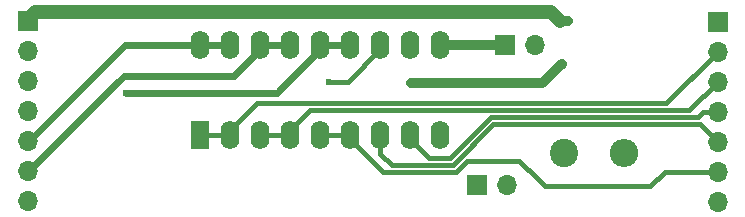
<source format=gbl>
G04 #@! TF.GenerationSoftware,KiCad,Pcbnew,5.1.0-060a0da~80~ubuntu18.10.1*
G04 #@! TF.CreationDate,2019-03-21T18:04:08+01:00*
G04 #@! TF.ProjectId,ULN2803A_shield,554c4e32-3830-4334-915f-736869656c64,rev?*
G04 #@! TF.SameCoordinates,Original*
G04 #@! TF.FileFunction,Copper,L2,Bot*
G04 #@! TF.FilePolarity,Positive*
%FSLAX46Y46*%
G04 Gerber Fmt 4.6, Leading zero omitted, Abs format (unit mm)*
G04 Created by KiCad (PCBNEW 5.1.0-060a0da~80~ubuntu18.10.1) date 2019-03-21 18:04:08*
%MOMM*%
%LPD*%
G04 APERTURE LIST*
%ADD10O,2.400000X2.400000*%
%ADD11C,2.400000*%
%ADD12R,1.600000X2.400000*%
%ADD13O,1.600000X2.400000*%
%ADD14R,1.700000X1.700000*%
%ADD15O,1.700000X1.700000*%
%ADD16C,0.600000*%
%ADD17C,0.400000*%
%ADD18C,0.812800*%
%ADD19C,0.609600*%
%ADD20C,1.219200*%
G04 APERTURE END LIST*
D10*
X88300000Y-105850000D03*
D11*
X83220000Y-105850000D03*
D12*
X52470000Y-104310000D03*
D13*
X72790000Y-96690000D03*
X55010000Y-104310000D03*
X70250000Y-96690000D03*
X57550000Y-104310000D03*
X67710000Y-96690000D03*
X60090000Y-104310000D03*
X65170000Y-96690000D03*
X62630000Y-104310000D03*
X62630000Y-96690000D03*
X65170000Y-104310000D03*
X60090000Y-96690000D03*
X67710000Y-104310000D03*
X57550000Y-96690000D03*
X70250000Y-104310000D03*
X55010000Y-96690000D03*
X72790000Y-104310000D03*
X52470000Y-96690000D03*
D14*
X75930000Y-108560000D03*
D15*
X78470000Y-108560000D03*
D14*
X78250000Y-96710000D03*
D15*
X80790000Y-96710000D03*
D14*
X96280000Y-94750000D03*
D15*
X96280000Y-97290000D03*
X96280000Y-99830000D03*
X96280000Y-102370000D03*
X96280000Y-104910000D03*
X96280000Y-107450000D03*
X96280000Y-109990000D03*
X37860000Y-109960000D03*
X37860000Y-107420000D03*
X37860000Y-104880000D03*
X37860000Y-102340000D03*
X37860000Y-99800000D03*
X37860000Y-97260000D03*
D14*
X37860000Y-94720000D03*
D16*
X70320000Y-99960000D03*
X83075000Y-98305000D03*
X74990000Y-99960000D03*
X75680000Y-99960000D03*
X71020000Y-99960000D03*
X63350000Y-99830000D03*
X82925736Y-94720000D03*
X83620000Y-94720000D03*
X46170000Y-100750000D03*
D17*
X55010000Y-103910000D02*
X57290000Y-101630000D01*
X55010000Y-104310000D02*
X55010000Y-103910000D01*
X91930000Y-101630000D02*
X96270000Y-97290000D01*
X57290000Y-101630000D02*
X91930000Y-101630000D01*
X52470000Y-104310000D02*
X55010000Y-104310000D01*
D18*
X78230000Y-96690000D02*
X78250000Y-96710000D01*
X72790000Y-96690000D02*
X78230000Y-96690000D01*
D17*
X60090000Y-103910000D02*
X60090000Y-104310000D01*
X61769991Y-102230009D02*
X60090000Y-103910000D01*
X96270000Y-99830000D02*
X93869991Y-102230009D01*
X93869991Y-102230009D02*
X61769991Y-102230009D01*
X57550000Y-104310000D02*
X60090000Y-104310000D01*
X62630000Y-104310000D02*
X65170000Y-104310000D01*
X96270000Y-107450000D02*
X91800000Y-107450000D01*
X91800000Y-107450000D02*
X90560000Y-108690000D01*
X90560000Y-108690000D02*
X81640000Y-108690000D01*
X80259999Y-107309999D02*
X80249999Y-107309999D01*
X81640000Y-108690000D02*
X80259999Y-107309999D01*
X80249999Y-107309999D02*
X79440000Y-106500000D01*
X75067084Y-106500000D02*
X74097064Y-107470020D01*
X79440000Y-106500000D02*
X75067084Y-106500000D01*
X65170000Y-104710000D02*
X65170000Y-104310000D01*
X74097064Y-107470020D02*
X67930020Y-107470020D01*
X67930020Y-107470020D02*
X65170000Y-104710000D01*
X67710000Y-104310000D02*
X67710000Y-104710000D01*
X73848532Y-106870010D02*
X77288513Y-103430029D01*
X68670010Y-106870010D02*
X73848532Y-106870010D01*
X67710000Y-104310000D02*
X67710000Y-105910000D01*
X67710000Y-105910000D02*
X68670010Y-106870010D01*
X94790029Y-103430029D02*
X96270000Y-104910000D01*
X77288513Y-103430029D02*
X94790029Y-103430029D01*
X70250000Y-104710000D02*
X70250000Y-104310000D01*
X96270000Y-102370000D02*
X95067919Y-102370000D01*
X94607900Y-102830019D02*
X77039981Y-102830019D01*
X95067919Y-102370000D02*
X94607900Y-102830019D01*
X77039981Y-102830019D02*
X73600000Y-106270000D01*
X73600000Y-106270000D02*
X71810000Y-106270000D01*
X71810000Y-106270000D02*
X70250000Y-104710000D01*
D19*
X57550000Y-97090000D02*
X57550000Y-96690000D01*
X57550000Y-96690000D02*
X60090000Y-96690000D01*
D18*
X70320000Y-99960000D02*
X71020000Y-99960000D01*
X80510000Y-99960000D02*
X80510000Y-99960000D01*
X80510000Y-99960000D02*
X81420000Y-99960000D01*
X81420000Y-99960000D02*
X83075000Y-98305000D01*
X83075000Y-98305000D02*
X83090000Y-98290000D01*
X74990000Y-99960000D02*
X75680000Y-99960000D01*
X75680000Y-99960000D02*
X76380000Y-99960000D01*
X76380000Y-99960000D02*
X80510000Y-99960000D01*
X71020000Y-99960000D02*
X74990000Y-99960000D01*
D17*
X63774264Y-99830000D02*
X63350000Y-99830000D01*
X64970000Y-99830000D02*
X63774264Y-99830000D01*
X67710000Y-96690000D02*
X67710000Y-97090000D01*
X67710000Y-97090000D02*
X64970000Y-99830000D01*
D18*
X82925736Y-94720000D02*
X82925736Y-94720000D01*
X82925736Y-94720000D02*
X83620000Y-94720000D01*
D20*
X37860000Y-94544839D02*
X38454839Y-93950000D01*
X37860000Y-94720000D02*
X37860000Y-94544839D01*
X82155736Y-93950000D02*
X82925736Y-94720000D01*
X38454839Y-93950000D02*
X82155736Y-93950000D01*
D19*
X62630000Y-97090000D02*
X62630000Y-96690000D01*
X58970000Y-100750000D02*
X62630000Y-97090000D01*
X46170000Y-100750000D02*
X58970000Y-100750000D01*
X62630000Y-96690000D02*
X65170000Y-96690000D01*
X46070000Y-96690000D02*
X52470000Y-96690000D01*
X37850000Y-104910000D02*
X46070000Y-96690000D01*
X52470000Y-96690000D02*
X55010000Y-96690000D01*
X37860000Y-107420000D02*
X45970000Y-99310000D01*
X55330000Y-99310000D02*
X57550000Y-97090000D01*
X45970000Y-99310000D02*
X55330000Y-99310000D01*
M02*

</source>
